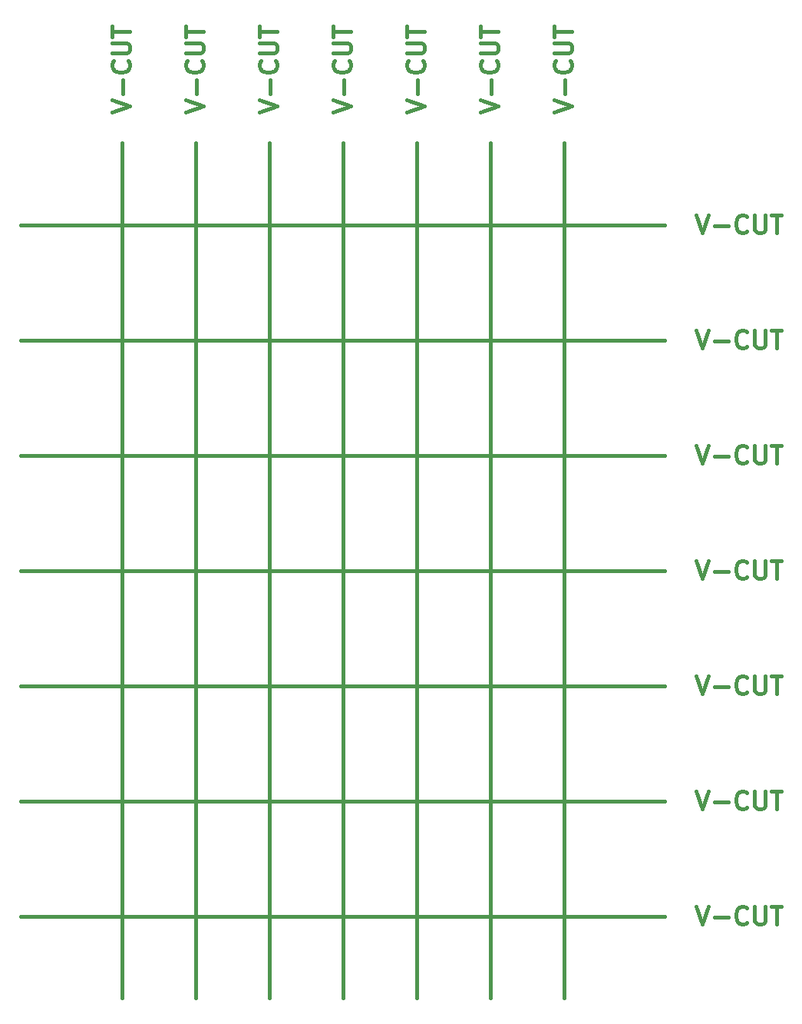
<source format=gbr>
G04 #@! TF.GenerationSoftware,KiCad,Pcbnew,8.0.2-1*
G04 #@! TF.CreationDate,2024-06-10T22:55:01+02:00*
G04 #@! TF.ProjectId,panel-eyes,70616e65-6c2d-4657-9965-732e6b696361,rev?*
G04 #@! TF.SameCoordinates,Original*
G04 #@! TF.FileFunction,Other,Comment*
%FSLAX46Y46*%
G04 Gerber Fmt 4.6, Leading zero omitted, Abs format (unit mm)*
G04 Created by KiCad (PCBNEW 8.0.2-1) date 2024-06-10 22:55:01*
%MOMM*%
%LPD*%
G01*
G04 APERTURE LIST*
%ADD10C,0.400000*%
G04 APERTURE END LIST*
D10*
X24384000Y3000000D02*
X24384000Y-91199500D01*
X40644000Y3000000D02*
X40644000Y-91199500D01*
X56894000Y3000000D02*
X56894000Y-91199500D01*
X-3000000Y-18699500D02*
X68024000Y-18699500D01*
X-3000000Y-56799500D02*
X68024000Y-56799500D01*
X-3000000Y-31399500D02*
X68024000Y-31399500D01*
X32514000Y3000000D02*
X32514000Y-91199500D01*
X16254000Y3000000D02*
X16254000Y-91199500D01*
X-3000000Y-44099500D02*
X68024000Y-44099500D01*
X-3000000Y-82199500D02*
X68024000Y-82199500D01*
X48764000Y3000000D02*
X48764000Y-91199500D01*
X-3000000Y-5999500D02*
X68024000Y-5999500D01*
X8124000Y3000000D02*
X8124000Y-91199500D01*
X-3000000Y-69499500D02*
X68024000Y-69499500D01*
X71477633Y-55703938D02*
X72144299Y-57703938D01*
X72144299Y-57703938D02*
X72810966Y-55703938D01*
X73477633Y-56942033D02*
X75001443Y-56942033D01*
X77096680Y-57513461D02*
X77001442Y-57608700D01*
X77001442Y-57608700D02*
X76715728Y-57703938D01*
X76715728Y-57703938D02*
X76525252Y-57703938D01*
X76525252Y-57703938D02*
X76239537Y-57608700D01*
X76239537Y-57608700D02*
X76049061Y-57418223D01*
X76049061Y-57418223D02*
X75953823Y-57227747D01*
X75953823Y-57227747D02*
X75858585Y-56846795D01*
X75858585Y-56846795D02*
X75858585Y-56561080D01*
X75858585Y-56561080D02*
X75953823Y-56180128D01*
X75953823Y-56180128D02*
X76049061Y-55989652D01*
X76049061Y-55989652D02*
X76239537Y-55799176D01*
X76239537Y-55799176D02*
X76525252Y-55703938D01*
X76525252Y-55703938D02*
X76715728Y-55703938D01*
X76715728Y-55703938D02*
X77001442Y-55799176D01*
X77001442Y-55799176D02*
X77096680Y-55894414D01*
X77953823Y-55703938D02*
X77953823Y-57322985D01*
X77953823Y-57322985D02*
X78049061Y-57513461D01*
X78049061Y-57513461D02*
X78144299Y-57608700D01*
X78144299Y-57608700D02*
X78334775Y-57703938D01*
X78334775Y-57703938D02*
X78715728Y-57703938D01*
X78715728Y-57703938D02*
X78906204Y-57608700D01*
X78906204Y-57608700D02*
X79001442Y-57513461D01*
X79001442Y-57513461D02*
X79096680Y-57322985D01*
X79096680Y-57322985D02*
X79096680Y-55703938D01*
X79763347Y-55703938D02*
X80906204Y-55703938D01*
X80334775Y-57703938D02*
X80334775Y-55703938D01*
X71477633Y-4903938D02*
X72144299Y-6903938D01*
X72144299Y-6903938D02*
X72810966Y-4903938D01*
X73477633Y-6142033D02*
X75001443Y-6142033D01*
X77096680Y-6713461D02*
X77001442Y-6808700D01*
X77001442Y-6808700D02*
X76715728Y-6903938D01*
X76715728Y-6903938D02*
X76525252Y-6903938D01*
X76525252Y-6903938D02*
X76239537Y-6808700D01*
X76239537Y-6808700D02*
X76049061Y-6618223D01*
X76049061Y-6618223D02*
X75953823Y-6427747D01*
X75953823Y-6427747D02*
X75858585Y-6046795D01*
X75858585Y-6046795D02*
X75858585Y-5761080D01*
X75858585Y-5761080D02*
X75953823Y-5380128D01*
X75953823Y-5380128D02*
X76049061Y-5189652D01*
X76049061Y-5189652D02*
X76239537Y-4999176D01*
X76239537Y-4999176D02*
X76525252Y-4903938D01*
X76525252Y-4903938D02*
X76715728Y-4903938D01*
X76715728Y-4903938D02*
X77001442Y-4999176D01*
X77001442Y-4999176D02*
X77096680Y-5094414D01*
X77953823Y-4903938D02*
X77953823Y-6522985D01*
X77953823Y-6522985D02*
X78049061Y-6713461D01*
X78049061Y-6713461D02*
X78144299Y-6808700D01*
X78144299Y-6808700D02*
X78334775Y-6903938D01*
X78334775Y-6903938D02*
X78715728Y-6903938D01*
X78715728Y-6903938D02*
X78906204Y-6808700D01*
X78906204Y-6808700D02*
X79001442Y-6713461D01*
X79001442Y-6713461D02*
X79096680Y-6522985D01*
X79096680Y-6522985D02*
X79096680Y-4903938D01*
X79763347Y-4903938D02*
X80906204Y-4903938D01*
X80334775Y-6903938D02*
X80334775Y-4903938D01*
X71477633Y-81103938D02*
X72144299Y-83103938D01*
X72144299Y-83103938D02*
X72810966Y-81103938D01*
X73477633Y-82342033D02*
X75001443Y-82342033D01*
X77096680Y-82913461D02*
X77001442Y-83008700D01*
X77001442Y-83008700D02*
X76715728Y-83103938D01*
X76715728Y-83103938D02*
X76525252Y-83103938D01*
X76525252Y-83103938D02*
X76239537Y-83008700D01*
X76239537Y-83008700D02*
X76049061Y-82818223D01*
X76049061Y-82818223D02*
X75953823Y-82627747D01*
X75953823Y-82627747D02*
X75858585Y-82246795D01*
X75858585Y-82246795D02*
X75858585Y-81961080D01*
X75858585Y-81961080D02*
X75953823Y-81580128D01*
X75953823Y-81580128D02*
X76049061Y-81389652D01*
X76049061Y-81389652D02*
X76239537Y-81199176D01*
X76239537Y-81199176D02*
X76525252Y-81103938D01*
X76525252Y-81103938D02*
X76715728Y-81103938D01*
X76715728Y-81103938D02*
X77001442Y-81199176D01*
X77001442Y-81199176D02*
X77096680Y-81294414D01*
X77953823Y-81103938D02*
X77953823Y-82722985D01*
X77953823Y-82722985D02*
X78049061Y-82913461D01*
X78049061Y-82913461D02*
X78144299Y-83008700D01*
X78144299Y-83008700D02*
X78334775Y-83103938D01*
X78334775Y-83103938D02*
X78715728Y-83103938D01*
X78715728Y-83103938D02*
X78906204Y-83008700D01*
X78906204Y-83008700D02*
X79001442Y-82913461D01*
X79001442Y-82913461D02*
X79096680Y-82722985D01*
X79096680Y-82722985D02*
X79096680Y-81103938D01*
X79763347Y-81103938D02*
X80906204Y-81103938D01*
X80334775Y-83103938D02*
X80334775Y-81103938D01*
X71477633Y-68403938D02*
X72144299Y-70403938D01*
X72144299Y-70403938D02*
X72810966Y-68403938D01*
X73477633Y-69642033D02*
X75001443Y-69642033D01*
X77096680Y-70213461D02*
X77001442Y-70308700D01*
X77001442Y-70308700D02*
X76715728Y-70403938D01*
X76715728Y-70403938D02*
X76525252Y-70403938D01*
X76525252Y-70403938D02*
X76239537Y-70308700D01*
X76239537Y-70308700D02*
X76049061Y-70118223D01*
X76049061Y-70118223D02*
X75953823Y-69927747D01*
X75953823Y-69927747D02*
X75858585Y-69546795D01*
X75858585Y-69546795D02*
X75858585Y-69261080D01*
X75858585Y-69261080D02*
X75953823Y-68880128D01*
X75953823Y-68880128D02*
X76049061Y-68689652D01*
X76049061Y-68689652D02*
X76239537Y-68499176D01*
X76239537Y-68499176D02*
X76525252Y-68403938D01*
X76525252Y-68403938D02*
X76715728Y-68403938D01*
X76715728Y-68403938D02*
X77001442Y-68499176D01*
X77001442Y-68499176D02*
X77096680Y-68594414D01*
X77953823Y-68403938D02*
X77953823Y-70022985D01*
X77953823Y-70022985D02*
X78049061Y-70213461D01*
X78049061Y-70213461D02*
X78144299Y-70308700D01*
X78144299Y-70308700D02*
X78334775Y-70403938D01*
X78334775Y-70403938D02*
X78715728Y-70403938D01*
X78715728Y-70403938D02*
X78906204Y-70308700D01*
X78906204Y-70308700D02*
X79001442Y-70213461D01*
X79001442Y-70213461D02*
X79096680Y-70022985D01*
X79096680Y-70022985D02*
X79096680Y-68403938D01*
X79763347Y-68403938D02*
X80906204Y-68403938D01*
X80334775Y-70403938D02*
X80334775Y-68403938D01*
X47668438Y6453634D02*
X49668438Y7120300D01*
X49668438Y7120300D02*
X47668438Y7786967D01*
X48906533Y8453634D02*
X48906533Y9977443D01*
X49477961Y12072681D02*
X49573200Y11977443D01*
X49573200Y11977443D02*
X49668438Y11691729D01*
X49668438Y11691729D02*
X49668438Y11501253D01*
X49668438Y11501253D02*
X49573200Y11215538D01*
X49573200Y11215538D02*
X49382723Y11025062D01*
X49382723Y11025062D02*
X49192247Y10929824D01*
X49192247Y10929824D02*
X48811295Y10834586D01*
X48811295Y10834586D02*
X48525580Y10834586D01*
X48525580Y10834586D02*
X48144628Y10929824D01*
X48144628Y10929824D02*
X47954152Y11025062D01*
X47954152Y11025062D02*
X47763676Y11215538D01*
X47763676Y11215538D02*
X47668438Y11501253D01*
X47668438Y11501253D02*
X47668438Y11691729D01*
X47668438Y11691729D02*
X47763676Y11977443D01*
X47763676Y11977443D02*
X47858914Y12072681D01*
X47668438Y12929824D02*
X49287485Y12929824D01*
X49287485Y12929824D02*
X49477961Y13025062D01*
X49477961Y13025062D02*
X49573200Y13120300D01*
X49573200Y13120300D02*
X49668438Y13310776D01*
X49668438Y13310776D02*
X49668438Y13691729D01*
X49668438Y13691729D02*
X49573200Y13882205D01*
X49573200Y13882205D02*
X49477961Y13977443D01*
X49477961Y13977443D02*
X49287485Y14072681D01*
X49287485Y14072681D02*
X47668438Y14072681D01*
X47668438Y14739348D02*
X47668438Y15882205D01*
X49668438Y15310776D02*
X47668438Y15310776D01*
X31418438Y6453634D02*
X33418438Y7120300D01*
X33418438Y7120300D02*
X31418438Y7786967D01*
X32656533Y8453634D02*
X32656533Y9977443D01*
X33227961Y12072681D02*
X33323200Y11977443D01*
X33323200Y11977443D02*
X33418438Y11691729D01*
X33418438Y11691729D02*
X33418438Y11501253D01*
X33418438Y11501253D02*
X33323200Y11215538D01*
X33323200Y11215538D02*
X33132723Y11025062D01*
X33132723Y11025062D02*
X32942247Y10929824D01*
X32942247Y10929824D02*
X32561295Y10834586D01*
X32561295Y10834586D02*
X32275580Y10834586D01*
X32275580Y10834586D02*
X31894628Y10929824D01*
X31894628Y10929824D02*
X31704152Y11025062D01*
X31704152Y11025062D02*
X31513676Y11215538D01*
X31513676Y11215538D02*
X31418438Y11501253D01*
X31418438Y11501253D02*
X31418438Y11691729D01*
X31418438Y11691729D02*
X31513676Y11977443D01*
X31513676Y11977443D02*
X31608914Y12072681D01*
X31418438Y12929824D02*
X33037485Y12929824D01*
X33037485Y12929824D02*
X33227961Y13025062D01*
X33227961Y13025062D02*
X33323200Y13120300D01*
X33323200Y13120300D02*
X33418438Y13310776D01*
X33418438Y13310776D02*
X33418438Y13691729D01*
X33418438Y13691729D02*
X33323200Y13882205D01*
X33323200Y13882205D02*
X33227961Y13977443D01*
X33227961Y13977443D02*
X33037485Y14072681D01*
X33037485Y14072681D02*
X31418438Y14072681D01*
X31418438Y14739348D02*
X31418438Y15882205D01*
X33418438Y15310776D02*
X31418438Y15310776D01*
X71477633Y-43003938D02*
X72144299Y-45003938D01*
X72144299Y-45003938D02*
X72810966Y-43003938D01*
X73477633Y-44242033D02*
X75001443Y-44242033D01*
X77096680Y-44813461D02*
X77001442Y-44908700D01*
X77001442Y-44908700D02*
X76715728Y-45003938D01*
X76715728Y-45003938D02*
X76525252Y-45003938D01*
X76525252Y-45003938D02*
X76239537Y-44908700D01*
X76239537Y-44908700D02*
X76049061Y-44718223D01*
X76049061Y-44718223D02*
X75953823Y-44527747D01*
X75953823Y-44527747D02*
X75858585Y-44146795D01*
X75858585Y-44146795D02*
X75858585Y-43861080D01*
X75858585Y-43861080D02*
X75953823Y-43480128D01*
X75953823Y-43480128D02*
X76049061Y-43289652D01*
X76049061Y-43289652D02*
X76239537Y-43099176D01*
X76239537Y-43099176D02*
X76525252Y-43003938D01*
X76525252Y-43003938D02*
X76715728Y-43003938D01*
X76715728Y-43003938D02*
X77001442Y-43099176D01*
X77001442Y-43099176D02*
X77096680Y-43194414D01*
X77953823Y-43003938D02*
X77953823Y-44622985D01*
X77953823Y-44622985D02*
X78049061Y-44813461D01*
X78049061Y-44813461D02*
X78144299Y-44908700D01*
X78144299Y-44908700D02*
X78334775Y-45003938D01*
X78334775Y-45003938D02*
X78715728Y-45003938D01*
X78715728Y-45003938D02*
X78906204Y-44908700D01*
X78906204Y-44908700D02*
X79001442Y-44813461D01*
X79001442Y-44813461D02*
X79096680Y-44622985D01*
X79096680Y-44622985D02*
X79096680Y-43003938D01*
X79763347Y-43003938D02*
X80906204Y-43003938D01*
X80334775Y-45003938D02*
X80334775Y-43003938D01*
X23288438Y6453634D02*
X25288438Y7120300D01*
X25288438Y7120300D02*
X23288438Y7786967D01*
X24526533Y8453634D02*
X24526533Y9977443D01*
X25097961Y12072681D02*
X25193200Y11977443D01*
X25193200Y11977443D02*
X25288438Y11691729D01*
X25288438Y11691729D02*
X25288438Y11501253D01*
X25288438Y11501253D02*
X25193200Y11215538D01*
X25193200Y11215538D02*
X25002723Y11025062D01*
X25002723Y11025062D02*
X24812247Y10929824D01*
X24812247Y10929824D02*
X24431295Y10834586D01*
X24431295Y10834586D02*
X24145580Y10834586D01*
X24145580Y10834586D02*
X23764628Y10929824D01*
X23764628Y10929824D02*
X23574152Y11025062D01*
X23574152Y11025062D02*
X23383676Y11215538D01*
X23383676Y11215538D02*
X23288438Y11501253D01*
X23288438Y11501253D02*
X23288438Y11691729D01*
X23288438Y11691729D02*
X23383676Y11977443D01*
X23383676Y11977443D02*
X23478914Y12072681D01*
X23288438Y12929824D02*
X24907485Y12929824D01*
X24907485Y12929824D02*
X25097961Y13025062D01*
X25097961Y13025062D02*
X25193200Y13120300D01*
X25193200Y13120300D02*
X25288438Y13310776D01*
X25288438Y13310776D02*
X25288438Y13691729D01*
X25288438Y13691729D02*
X25193200Y13882205D01*
X25193200Y13882205D02*
X25097961Y13977443D01*
X25097961Y13977443D02*
X24907485Y14072681D01*
X24907485Y14072681D02*
X23288438Y14072681D01*
X23288438Y14739348D02*
X23288438Y15882205D01*
X25288438Y15310776D02*
X23288438Y15310776D01*
X15158438Y6453634D02*
X17158438Y7120300D01*
X17158438Y7120300D02*
X15158438Y7786967D01*
X16396533Y8453634D02*
X16396533Y9977443D01*
X16967961Y12072681D02*
X17063200Y11977443D01*
X17063200Y11977443D02*
X17158438Y11691729D01*
X17158438Y11691729D02*
X17158438Y11501253D01*
X17158438Y11501253D02*
X17063200Y11215538D01*
X17063200Y11215538D02*
X16872723Y11025062D01*
X16872723Y11025062D02*
X16682247Y10929824D01*
X16682247Y10929824D02*
X16301295Y10834586D01*
X16301295Y10834586D02*
X16015580Y10834586D01*
X16015580Y10834586D02*
X15634628Y10929824D01*
X15634628Y10929824D02*
X15444152Y11025062D01*
X15444152Y11025062D02*
X15253676Y11215538D01*
X15253676Y11215538D02*
X15158438Y11501253D01*
X15158438Y11501253D02*
X15158438Y11691729D01*
X15158438Y11691729D02*
X15253676Y11977443D01*
X15253676Y11977443D02*
X15348914Y12072681D01*
X15158438Y12929824D02*
X16777485Y12929824D01*
X16777485Y12929824D02*
X16967961Y13025062D01*
X16967961Y13025062D02*
X17063200Y13120300D01*
X17063200Y13120300D02*
X17158438Y13310776D01*
X17158438Y13310776D02*
X17158438Y13691729D01*
X17158438Y13691729D02*
X17063200Y13882205D01*
X17063200Y13882205D02*
X16967961Y13977443D01*
X16967961Y13977443D02*
X16777485Y14072681D01*
X16777485Y14072681D02*
X15158438Y14072681D01*
X15158438Y14739348D02*
X15158438Y15882205D01*
X17158438Y15310776D02*
X15158438Y15310776D01*
X55798438Y6453634D02*
X57798438Y7120300D01*
X57798438Y7120300D02*
X55798438Y7786967D01*
X57036533Y8453634D02*
X57036533Y9977443D01*
X57607961Y12072681D02*
X57703200Y11977443D01*
X57703200Y11977443D02*
X57798438Y11691729D01*
X57798438Y11691729D02*
X57798438Y11501253D01*
X57798438Y11501253D02*
X57703200Y11215538D01*
X57703200Y11215538D02*
X57512723Y11025062D01*
X57512723Y11025062D02*
X57322247Y10929824D01*
X57322247Y10929824D02*
X56941295Y10834586D01*
X56941295Y10834586D02*
X56655580Y10834586D01*
X56655580Y10834586D02*
X56274628Y10929824D01*
X56274628Y10929824D02*
X56084152Y11025062D01*
X56084152Y11025062D02*
X55893676Y11215538D01*
X55893676Y11215538D02*
X55798438Y11501253D01*
X55798438Y11501253D02*
X55798438Y11691729D01*
X55798438Y11691729D02*
X55893676Y11977443D01*
X55893676Y11977443D02*
X55988914Y12072681D01*
X55798438Y12929824D02*
X57417485Y12929824D01*
X57417485Y12929824D02*
X57607961Y13025062D01*
X57607961Y13025062D02*
X57703200Y13120300D01*
X57703200Y13120300D02*
X57798438Y13310776D01*
X57798438Y13310776D02*
X57798438Y13691729D01*
X57798438Y13691729D02*
X57703200Y13882205D01*
X57703200Y13882205D02*
X57607961Y13977443D01*
X57607961Y13977443D02*
X57417485Y14072681D01*
X57417485Y14072681D02*
X55798438Y14072681D01*
X55798438Y14739348D02*
X55798438Y15882205D01*
X57798438Y15310776D02*
X55798438Y15310776D01*
X7028438Y6453634D02*
X9028438Y7120300D01*
X9028438Y7120300D02*
X7028438Y7786967D01*
X8266533Y8453634D02*
X8266533Y9977443D01*
X8837961Y12072681D02*
X8933200Y11977443D01*
X8933200Y11977443D02*
X9028438Y11691729D01*
X9028438Y11691729D02*
X9028438Y11501253D01*
X9028438Y11501253D02*
X8933200Y11215538D01*
X8933200Y11215538D02*
X8742723Y11025062D01*
X8742723Y11025062D02*
X8552247Y10929824D01*
X8552247Y10929824D02*
X8171295Y10834586D01*
X8171295Y10834586D02*
X7885580Y10834586D01*
X7885580Y10834586D02*
X7504628Y10929824D01*
X7504628Y10929824D02*
X7314152Y11025062D01*
X7314152Y11025062D02*
X7123676Y11215538D01*
X7123676Y11215538D02*
X7028438Y11501253D01*
X7028438Y11501253D02*
X7028438Y11691729D01*
X7028438Y11691729D02*
X7123676Y11977443D01*
X7123676Y11977443D02*
X7218914Y12072681D01*
X7028438Y12929824D02*
X8647485Y12929824D01*
X8647485Y12929824D02*
X8837961Y13025062D01*
X8837961Y13025062D02*
X8933200Y13120300D01*
X8933200Y13120300D02*
X9028438Y13310776D01*
X9028438Y13310776D02*
X9028438Y13691729D01*
X9028438Y13691729D02*
X8933200Y13882205D01*
X8933200Y13882205D02*
X8837961Y13977443D01*
X8837961Y13977443D02*
X8647485Y14072681D01*
X8647485Y14072681D02*
X7028438Y14072681D01*
X7028438Y14739348D02*
X7028438Y15882205D01*
X9028438Y15310776D02*
X7028438Y15310776D01*
X71477633Y-30303938D02*
X72144299Y-32303938D01*
X72144299Y-32303938D02*
X72810966Y-30303938D01*
X73477633Y-31542033D02*
X75001443Y-31542033D01*
X77096680Y-32113461D02*
X77001442Y-32208700D01*
X77001442Y-32208700D02*
X76715728Y-32303938D01*
X76715728Y-32303938D02*
X76525252Y-32303938D01*
X76525252Y-32303938D02*
X76239537Y-32208700D01*
X76239537Y-32208700D02*
X76049061Y-32018223D01*
X76049061Y-32018223D02*
X75953823Y-31827747D01*
X75953823Y-31827747D02*
X75858585Y-31446795D01*
X75858585Y-31446795D02*
X75858585Y-31161080D01*
X75858585Y-31161080D02*
X75953823Y-30780128D01*
X75953823Y-30780128D02*
X76049061Y-30589652D01*
X76049061Y-30589652D02*
X76239537Y-30399176D01*
X76239537Y-30399176D02*
X76525252Y-30303938D01*
X76525252Y-30303938D02*
X76715728Y-30303938D01*
X76715728Y-30303938D02*
X77001442Y-30399176D01*
X77001442Y-30399176D02*
X77096680Y-30494414D01*
X77953823Y-30303938D02*
X77953823Y-31922985D01*
X77953823Y-31922985D02*
X78049061Y-32113461D01*
X78049061Y-32113461D02*
X78144299Y-32208700D01*
X78144299Y-32208700D02*
X78334775Y-32303938D01*
X78334775Y-32303938D02*
X78715728Y-32303938D01*
X78715728Y-32303938D02*
X78906204Y-32208700D01*
X78906204Y-32208700D02*
X79001442Y-32113461D01*
X79001442Y-32113461D02*
X79096680Y-31922985D01*
X79096680Y-31922985D02*
X79096680Y-30303938D01*
X79763347Y-30303938D02*
X80906204Y-30303938D01*
X80334775Y-32303938D02*
X80334775Y-30303938D01*
X39548438Y6453634D02*
X41548438Y7120300D01*
X41548438Y7120300D02*
X39548438Y7786967D01*
X40786533Y8453634D02*
X40786533Y9977443D01*
X41357961Y12072681D02*
X41453200Y11977443D01*
X41453200Y11977443D02*
X41548438Y11691729D01*
X41548438Y11691729D02*
X41548438Y11501253D01*
X41548438Y11501253D02*
X41453200Y11215538D01*
X41453200Y11215538D02*
X41262723Y11025062D01*
X41262723Y11025062D02*
X41072247Y10929824D01*
X41072247Y10929824D02*
X40691295Y10834586D01*
X40691295Y10834586D02*
X40405580Y10834586D01*
X40405580Y10834586D02*
X40024628Y10929824D01*
X40024628Y10929824D02*
X39834152Y11025062D01*
X39834152Y11025062D02*
X39643676Y11215538D01*
X39643676Y11215538D02*
X39548438Y11501253D01*
X39548438Y11501253D02*
X39548438Y11691729D01*
X39548438Y11691729D02*
X39643676Y11977443D01*
X39643676Y11977443D02*
X39738914Y12072681D01*
X39548438Y12929824D02*
X41167485Y12929824D01*
X41167485Y12929824D02*
X41357961Y13025062D01*
X41357961Y13025062D02*
X41453200Y13120300D01*
X41453200Y13120300D02*
X41548438Y13310776D01*
X41548438Y13310776D02*
X41548438Y13691729D01*
X41548438Y13691729D02*
X41453200Y13882205D01*
X41453200Y13882205D02*
X41357961Y13977443D01*
X41357961Y13977443D02*
X41167485Y14072681D01*
X41167485Y14072681D02*
X39548438Y14072681D01*
X39548438Y14739348D02*
X39548438Y15882205D01*
X41548438Y15310776D02*
X39548438Y15310776D01*
X71477633Y-17603938D02*
X72144299Y-19603938D01*
X72144299Y-19603938D02*
X72810966Y-17603938D01*
X73477633Y-18842033D02*
X75001443Y-18842033D01*
X77096680Y-19413461D02*
X77001442Y-19508700D01*
X77001442Y-19508700D02*
X76715728Y-19603938D01*
X76715728Y-19603938D02*
X76525252Y-19603938D01*
X76525252Y-19603938D02*
X76239537Y-19508700D01*
X76239537Y-19508700D02*
X76049061Y-19318223D01*
X76049061Y-19318223D02*
X75953823Y-19127747D01*
X75953823Y-19127747D02*
X75858585Y-18746795D01*
X75858585Y-18746795D02*
X75858585Y-18461080D01*
X75858585Y-18461080D02*
X75953823Y-18080128D01*
X75953823Y-18080128D02*
X76049061Y-17889652D01*
X76049061Y-17889652D02*
X76239537Y-17699176D01*
X76239537Y-17699176D02*
X76525252Y-17603938D01*
X76525252Y-17603938D02*
X76715728Y-17603938D01*
X76715728Y-17603938D02*
X77001442Y-17699176D01*
X77001442Y-17699176D02*
X77096680Y-17794414D01*
X77953823Y-17603938D02*
X77953823Y-19222985D01*
X77953823Y-19222985D02*
X78049061Y-19413461D01*
X78049061Y-19413461D02*
X78144299Y-19508700D01*
X78144299Y-19508700D02*
X78334775Y-19603938D01*
X78334775Y-19603938D02*
X78715728Y-19603938D01*
X78715728Y-19603938D02*
X78906204Y-19508700D01*
X78906204Y-19508700D02*
X79001442Y-19413461D01*
X79001442Y-19413461D02*
X79096680Y-19222985D01*
X79096680Y-19222985D02*
X79096680Y-17603938D01*
X79763347Y-17603938D02*
X80906204Y-17603938D01*
X80334775Y-19603938D02*
X80334775Y-17603938D01*
M02*

</source>
